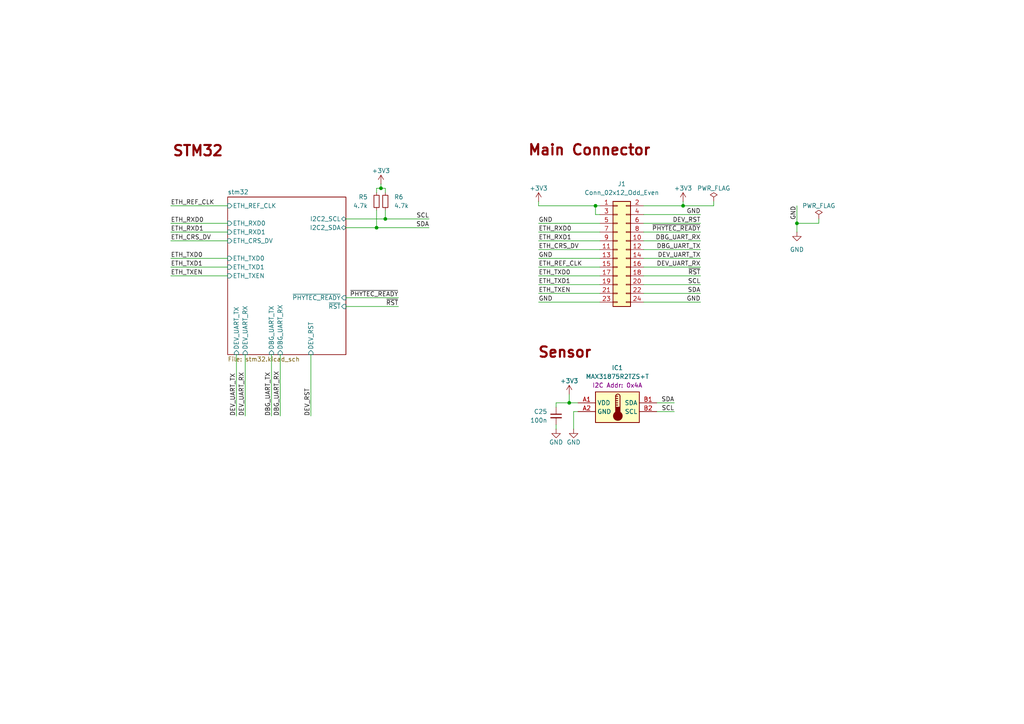
<source format=kicad_sch>
(kicad_sch (version 20250114) (generator "eeschema") (generator_version "9.0")
  (paper "A4")
  (title_block (title "tty2eth-nano") (date "2024-12-04") (rev "1") (company "Institute of Technical Chemistry - Leibniz University Hannover"))
  (lib_symbols
    (symbol "Connector_Generic:Conn_02x12_Odd_Even" (pin_names (offset 1.016) (hide yes))
      (property "Reference" "J" (at 1.27 15.24 0))
      (property "Value" "Conn_02x12_Odd_Even" (at 1.27 -17.78 0))
      (symbol "Conn_02x12_Odd_Even_1_1"
        (rectangle (start -1.27 13.97) (end 3.81 -16.51) (stroke (width 0.254)) (fill (type background)))
        (rectangle (start -1.27 12.827) (end 0 12.573) (stroke (width 0.1524)))
        (rectangle (start -1.27 10.287) (end 0 10.033) (stroke (width 0.1524)))
        (rectangle (start -1.27 7.747) (end 0 7.493) (stroke (width 0.1524)))
        (rectangle (start -1.27 5.207) (end 0 4.953) (stroke (width 0.1524)))
        (rectangle (start -1.27 2.667) (end 0 2.413) (stroke (width 0.1524)))
        (rectangle (start -1.27 0.127) (end 0 -0.127) (stroke (width 0.1524)))
        (rectangle (start -1.27 -2.413) (end 0 -2.667) (stroke (width 0.1524)))
        (rectangle (start -1.27 -4.953) (end 0 -5.207) (stroke (width 0.1524)))
        (rectangle (start -1.27 -7.493) (end 0 -7.747) (stroke (width 0.1524)))
        (rectangle (start -1.27 -10.033) (end 0 -10.287) (stroke (width 0.1524)))
        (rectangle (start -1.27 -12.573) (end 0 -12.827) (stroke (width 0.1524)))
        (rectangle (start -1.27 -15.113) (end 0 -15.367) (stroke (width 0.1524)))
        (rectangle (start 3.81 12.827) (end 2.54 12.573) (stroke (width 0.1524)))
        (rectangle (start 3.81 10.287) (end 2.54 10.033) (stroke (width 0.1524)))
        (rectangle (start 3.81 7.747) (end 2.54 7.493) (stroke (width 0.1524)))
        (rectangle (start 3.81 5.207) (end 2.54 4.953) (stroke (width 0.1524)))
        (rectangle (start 3.81 2.667) (end 2.54 2.413) (stroke (width 0.1524)))
        (rectangle (start 3.81 0.127) (end 2.54 -0.127) (stroke (width 0.1524)))
        (rectangle (start 3.81 -2.413) (end 2.54 -2.667) (stroke (width 0.1524)))
        (rectangle (start 3.81 -4.953) (end 2.54 -5.207) (stroke (width 0.1524)))
        (rectangle (start 3.81 -7.493) (end 2.54 -7.747) (stroke (width 0.1524)))
        (rectangle (start 3.81 -10.033) (end 2.54 -10.287) (stroke (width 0.1524)))
        (rectangle (start 3.81 -12.573) (end 2.54 -12.827) (stroke (width 0.1524)))
        (rectangle (start 3.81 -15.113) (end 2.54 -15.367) (stroke (width 0.1524)))
        (pin passive line (at -5.08 12.7 0) (length 3.81) (name "Pin_1") (number "1"))
        (pin passive line (at -5.08 10.16 0) (length 3.81) (name "Pin_3") (number "3"))
        (pin passive line (at -5.08 7.62 0) (length 3.81) (name "Pin_5") (number "5"))
        (pin passive line (at -5.08 5.08 0) (length 3.81) (name "Pin_7") (number "7"))
        (pin passive line (at -5.08 2.54 0) (length 3.81) (name "Pin_9") (number "9"))
        (pin passive line (at -5.08 0 0) (length 3.81) (name "Pin_11") (number "11"))
        (pin passive line (at -5.08 -2.54 0) (length 3.81) (name "Pin_13") (number "13"))
        (pin passive line (at -5.08 -5.08 0) (length 3.81) (name "Pin_15") (number "15"))
        (pin passive line (at -5.08 -7.62 0) (length 3.81) (name "Pin_17") (number "17"))
        (pin passive line (at -5.08 -10.16 0) (length 3.81) (name "Pin_19") (number "19"))
        (pin passive line (at -5.08 -12.7 0) (length 3.81) (name "Pin_21") (number "21"))
        (pin passive line (at -5.08 -15.24 0) (length 3.81) (name "Pin_23") (number "23"))
        (pin passive line (at 7.62 12.7 180) (length 3.81) (name "Pin_2") (number "2"))
        (pin passive line (at 7.62 10.16 180) (length 3.81) (name "Pin_4") (number "4"))
        (pin passive line (at 7.62 7.62 180) (length 3.81) (name "Pin_6") (number "6"))
        (pin passive line (at 7.62 5.08 180) (length 3.81) (name "Pin_8") (number "8"))
        (pin passive line (at 7.62 2.54 180) (length 3.81) (name "Pin_10") (number "10"))
        (pin passive line (at 7.62 0 180) (length 3.81) (name "Pin_12") (number "12"))
        (pin passive line (at 7.62 -2.54 180) (length 3.81) (name "Pin_14") (number "14"))
        (pin passive line (at 7.62 -5.08 180) (length 3.81) (name "Pin_16") (number "16"))
        (pin passive line (at 7.62 -7.62 180) (length 3.81) (name "Pin_18") (number "18"))
        (pin passive line (at 7.62 -10.16 180) (length 3.81) (name "Pin_20") (number "20"))
        (pin passive line (at 7.62 -12.7 180) (length 3.81) (name "Pin_22") (number "22"))
        (pin passive line (at 7.62 -15.24 180) (length 3.81) (name "Pin_24") (number "24"))
      )
    )
    (symbol "Device:C_Small" (pin_numbers (hide yes)) (pin_names (offset 0.254) (hide yes))
      (property "Reference" "C" (at 0.254 1.778 0))
      (property "Value" "C_Small" (at 0.254 -2.032 0))
      (symbol "C_Small_0_1"
        (polyline (pts (xy -1.524 0.508) (xy 1.524 0.508)) (stroke (width 0.3048)))
        (polyline (pts (xy -1.524 -0.508) (xy 1.524 -0.508)) (stroke (width 0.3302)))
      )
      (symbol "C_Small_1_1"
        (pin passive line (at 0 2.54 270) (length 2.032) (name "~") (number "1"))
        (pin passive line (at 0 -2.54 90) (length 2.032) (name "~") (number "2"))
      )
    )
    (symbol "Device:R_Small" (pin_numbers (hide yes)) (pin_names (offset 0.254) (hide yes))
      (property "Reference" "R" (at 0.762 0.508 0))
      (property "Value" "R_Small" (at 0.762 -1.016 0))
      (symbol "R_Small_0_1"
        (rectangle (start -0.762 1.778) (end 0.762 -1.778) (stroke (width 0.2032)))
      )
      (symbol "R_Small_1_1"
        (pin passive line (at 0 2.54 270) (length 0.762) (name "~") (number "1"))
        (pin passive line (at 0 -2.54 90) (length 0.762) (name "~") (number "2"))
      )
    )
    (symbol "extras:MAX31875R2TZS+T"
      (property "Reference" "IC" (at 5.08 7.62 0))
      (property "Value" "MAX31875R2TZS+T" (at 5.08 5.08 0))
      (symbol "MAX31875R2TZS+T_0_1"
        (polyline (pts (xy 10.922 1.905) (xy 10.922 -1.27)) (stroke (width 0.254)))
        (polyline (pts (xy 10.922 1.905) (xy 11.557 1.905)) (stroke (width 0.254)))
        (polyline (pts (xy 10.922 1.27) (xy 11.557 1.27)) (stroke (width 0.254)))
        (polyline (pts (xy 10.922 0.635) (xy 11.557 0.635)) (stroke (width 0.254)))
        (polyline (pts (xy 10.922 0) (xy 11.557 0)) (stroke (width 0.254)))
        (polyline (pts (xy 10.922 -0.635) (xy 11.557 -0.635)) (stroke (width 0.254)))
        (arc (start 10.922 1.905) (mid 11.557 2.5373) (end 12.192 1.905) (stroke (width 0.254)))
        (circle (center 11.557 -3.81) (radius 1.27) (stroke (width 0.254)) (fill (type outline)))
        (polyline (pts (xy 12.192 1.905) (xy 12.192 -1.27)) (stroke (width 0.254)))
        (rectangle (start 12.192 -3.175) (end 10.922 -1.27) (stroke (width 0.254)) (fill (type outline)))
      )
      (symbol "MAX31875R2TZS+T_1_1"
        (rectangle (start 5.08 3.175) (end 17.78 -5.715) (stroke (width 0.254)) (fill (type background)))
        (pin passive line (at 0 0 0) (length 5.08) (name "VDD") (number "A1"))
        (pin passive line (at 0 -2.54 0) (length 5.08) (name "GND") (number "A2"))
        (pin passive line (at 22.86 0 180) (length 5.08) (name "SDA") (number "B1"))
        (pin passive line (at 22.86 -2.54 180) (length 5.08) (name "SCL") (number "B2"))
      )
    )
    (symbol "power:+3V3" (power) (pin_numbers (hide yes)) (pin_names (offset 0) (hide yes))
      (property "Value" "+3V3" (at 0 3.556 0))
      (symbol "+3V3_0_1"
        (polyline (pts (xy -0.762 1.27) (xy 0 2.54)))
        (polyline (pts (xy 0 2.54) (xy 0.762 1.27)))
        (polyline (pts (xy 0 0) (xy 0 2.54)))
      )
      (symbol "+3V3_1_1"
        (pin power_in line (at 0 0 90) (length 0) (name "~") (number "1"))
      )
    )
    (symbol "power:GND" (power) (pin_numbers (hide yes)) (pin_names (offset 0) (hide yes))
      (property "Value" "GND" (at 0 -3.81 0))
      (symbol "GND_0_1"
        (polyline (pts (xy 0 0) (xy 0 -1.27) (xy 1.27 -1.27) (xy 0 -2.54) (xy -1.27 -1.27) (xy 0 -1.27)))
      )
      (symbol "GND_1_1"
        (pin power_in line (at 0 0 270) (length 0) (name "~") (number "1"))
      )
    )
    (symbol "power:PWR_FLAG" (power) (pin_numbers (hide yes)) (pin_names (offset 0) (hide yes))
      (property "Value" "PWR_FLAG" (at 0 3.81 0))
      (symbol "PWR_FLAG_0_0"
        (pin power_out line (at 0 0 90) (length 0) (name "~") (number "1"))
      )
      (symbol "PWR_FLAG_0_1"
        (polyline (pts (xy 0 0) (xy 0 1.27) (xy -1.016 1.905) (xy 0 2.54) (xy 1.016 1.905) (xy 0 1.27)))
      )
    )
  )
  (text "STM32" (at 57.404 43.942 0) (effects (font (size 3 3) (bold yes))))
  (text "Sensor" (at 163.83 102.362 0) (effects (font (size 3 3) (bold yes))))
  (text "Main Connector" (at 170.942 43.688 0) (effects (font (size 3 3) (bold yes))))
  (junction (at 109.22 66.04))
  (junction (at 231.14 64.77))
  (junction (at 198.12 59.69))
  (junction (at 172.72 59.69))
  (junction (at 165.1 116.84))
  (junction (at 111.76 63.5))
  (junction (at 110.49 54.61))
  (wire (pts (xy 110.49 54.61) (xy 111.76 54.61)))
  (wire (pts (xy 203.2 72.39) (xy 186.69 72.39)))
  (wire (pts (xy 198.12 59.69) (xy 186.69 59.69)))
  (wire (pts (xy 49.53 80.01) (xy 66.04 80.01)))
  (wire (pts (xy 49.53 64.77) (xy 66.04 64.77)))
  (wire (pts (xy 186.69 85.09) (xy 203.2 85.09)))
  (wire (pts (xy 161.29 118.11) (xy 161.29 116.84)))
  (wire (pts (xy 81.28 120.65) (xy 81.28 102.87)))
  (wire (pts (xy 100.33 63.5) (xy 111.76 63.5)))
  (wire (pts (xy 173.99 62.23) (xy 172.72 62.23)))
  (wire (pts (xy 156.21 72.39) (xy 173.99 72.39)))
  (wire (pts (xy 173.99 82.55) (xy 156.21 82.55)))
  (wire (pts (xy 161.29 116.84) (xy 165.1 116.84)))
  (wire (pts (xy 111.76 63.5) (xy 124.46 63.5)))
  (wire (pts (xy 111.76 54.61) (xy 111.76 55.88)))
  (wire (pts (xy 49.53 67.31) (xy 66.04 67.31)))
  (wire (pts (xy 231.14 64.77) (xy 237.49 64.77)))
  (wire (pts (xy 49.53 69.85) (xy 66.04 69.85)))
  (wire (pts (xy 100.33 66.04) (xy 109.22 66.04)))
  (wire (pts (xy 203.2 62.23) (xy 186.69 62.23)))
  (wire (pts (xy 111.76 60.96) (xy 111.76 63.5)))
  (wire (pts (xy 166.37 119.38) (xy 166.37 124.46)))
  (wire (pts (xy 156.21 58.42) (xy 156.21 59.69)))
  (wire (pts (xy 190.5 116.84) (xy 195.58 116.84)))
  (wire (pts (xy 186.69 82.55) (xy 203.2 82.55)))
  (wire (pts (xy 100.33 86.36) (xy 115.57 86.36)))
  (wire (pts (xy 173.99 64.77) (xy 156.21 64.77)))
  (wire (pts (xy 156.21 59.69) (xy 172.72 59.69)))
  (wire (pts (xy 66.04 59.69) (xy 49.53 59.69)))
  (wire (pts (xy 172.72 59.69) (xy 173.99 59.69)))
  (wire (pts (xy 109.22 60.96) (xy 109.22 66.04)))
  (wire (pts (xy 186.69 67.31) (xy 203.2 67.31)))
  (wire (pts (xy 186.69 64.77) (xy 203.2 64.77)))
  (wire (pts (xy 71.12 120.65) (xy 71.12 102.87)))
  (wire (pts (xy 156.21 67.31) (xy 173.99 67.31)))
  (wire (pts (xy 161.29 123.19) (xy 161.29 124.46)))
  (wire (pts (xy 172.72 62.23) (xy 172.72 59.69)))
  (wire (pts (xy 49.53 74.93) (xy 66.04 74.93)))
  (wire (pts (xy 231.14 59.69) (xy 231.14 64.77)))
  (wire (pts (xy 173.99 85.09) (xy 156.21 85.09)))
  (wire (pts (xy 90.17 120.65) (xy 90.17 102.87)))
  (wire (pts (xy 109.22 66.04) (xy 124.46 66.04)))
  (wire (pts (xy 68.58 120.65) (xy 68.58 102.87)))
  (wire (pts (xy 165.1 116.84) (xy 167.64 116.84)))
  (wire (pts (xy 203.2 77.47) (xy 186.69 77.47)))
  (wire (pts (xy 109.22 55.88) (xy 109.22 54.61)))
  (wire (pts (xy 165.1 116.84) (xy 165.1 114.3)))
  (wire (pts (xy 207.01 58.42) (xy 207.01 59.69)))
  (wire (pts (xy 173.99 80.01) (xy 156.21 80.01)))
  (wire (pts (xy 156.21 69.85) (xy 173.99 69.85)))
  (wire (pts (xy 198.12 59.69) (xy 198.12 58.42)))
  (wire (pts (xy 156.21 77.47) (xy 173.99 77.47)))
  (wire (pts (xy 100.33 88.9) (xy 115.57 88.9)))
  (wire (pts (xy 190.5 119.38) (xy 195.58 119.38)))
  (wire (pts (xy 78.74 120.65) (xy 78.74 102.87)))
  (wire (pts (xy 156.21 74.93) (xy 173.99 74.93)))
  (wire (pts (xy 203.2 74.93) (xy 186.69 74.93)))
  (wire (pts (xy 203.2 87.63) (xy 186.69 87.63)))
  (wire (pts (xy 166.37 119.38) (xy 167.64 119.38)))
  (wire (pts (xy 109.22 54.61) (xy 110.49 54.61)))
  (wire (pts (xy 49.53 77.47) (xy 66.04 77.47)))
  (wire (pts (xy 237.49 63.5) (xy 237.49 64.77)))
  (wire (pts (xy 110.49 53.34) (xy 110.49 54.61)))
  (wire (pts (xy 203.2 80.01) (xy 186.69 80.01)))
  (wire (pts (xy 203.2 69.85) (xy 186.69 69.85)))
  (wire (pts (xy 207.01 59.69) (xy 198.12 59.69)))
  (wire (pts (xy 231.14 64.77) (xy 231.14 67.31)))
  (wire (pts (xy 173.99 87.63) (xy 156.21 87.63)))
  (label "GND" (at 156.21 74.93 0))
  (label "~{PHYTEC_READY}" (at 203.2 67.31 180))
  (label "~{RST}" (at 115.57 88.9 180))
  (label "ETH_TXD1" (at 156.21 82.55 0))
  (label "DEV_UART_TX" (at 68.58 120.65 90))
  (label "GND" (at 231.14 59.69 270))
  (label "DEV_UART_RX" (at 71.12 120.65 90))
  (label "ETH_RXD0" (at 49.53 64.77 0))
  (label "GND" (at 203.2 87.63 180))
  (label "DEV_UART_RX" (at 203.2 77.47 180))
  (label "ETH_TXD0" (at 156.21 80.01 0))
  (label "DBG_UART_RX" (at 203.2 69.85 180))
  (label "ETH_CRS_DV" (at 156.21 72.39 0))
  (label "DEV_RST" (at 203.2 64.77 180))
  (label "DEV_RST" (at 90.17 120.65 90))
  (label "SCL" (at 195.58 119.38 180))
  (label "~{RST}" (at 203.2 80.01 180))
  (label "DEV_UART_TX" (at 203.2 74.93 180))
  (label "ETH_TXEN" (at 156.21 85.09 0))
  (label "SCL" (at 124.46 63.5 180))
  (label "ETH_REF_CLK" (at 49.53 59.69 0))
  (label "ETH_REF_CLK" (at 156.21 77.47 0))
  (label "SDA" (at 203.2 85.09 180))
  (label "ETH_TXEN" (at 49.53 80.01 0))
  (label "DBG_UART_RX" (at 81.28 120.65 90))
  (label "GND" (at 156.21 64.77 0))
  (label "ETH_CRS_DV" (at 49.53 69.85 0))
  (label "DBG_UART_TX" (at 78.74 120.65 90))
  (label "ETH_RXD1" (at 156.21 69.85 0))
  (label "ETH_RXD0" (at 156.21 67.31 0))
  (label "GND" (at 156.21 87.63 0))
  (label "~{PHYTEC_READY}" (at 115.57 86.36 180))
  (label "SDA" (at 124.46 66.04 180))
  (label "GND" (at 203.2 62.23 180))
  (label "ETH_TXD0" (at 49.53 74.93 0))
  (label "ETH_RXD1" (at 49.53 67.31 0))
  (label "SDA" (at 195.58 116.84 180))
  (label "ETH_TXD1" (at 49.53 77.47 0))
  (label "DBG_UART_TX" (at 203.2 72.39 180))
  (label "SCL" (at 203.2 82.55 180))
  (symbol (lib_id "power:PWR_FLAG") (at 207.01 58.42 0) (mirror y) (unit 1)
    (property "Reference" "#FLG01" (effects (hide yes)))
    (property "Value" "PWR_FLAG" (at 207.01 54.61 0))
    (property "Description" "Special symbol for telling ERC where power comes from" (effects (hide yes)))
  )
  (symbol (lib_id "Device:C_Small") (at 161.29 120.65 0) (mirror y) (unit 1)
    (property "Reference" "C25" (at 158.75 119.3862 0) (effects (justify left)))
    (property "Value" "100n" (at 158.75 121.9262 0) (effects (justify left)))
    (property "Footprint" "extras:C_0402" (effects (hide yes)))
    (property "Description" "Unpolarized capacitor, small symbol" (effects (hide yes)))
    (property "Mouser Part Number" "80-C0402C104K4R7867" (effects (hide yes)))
  )
  (symbol (lib_id "extras:MAX31875R2TZS+T") (at 167.64 116.84 0) (unit 1)
    (property "Reference" "IC1" (at 179.07 106.68 0))
    (property "Value" "MAX31875R2TZS+T" (at 179.07 109.22 0))
    (property "Footprint" "extras:BGA4C40P2X2_84X84X37" (effects (hide yes)))
    (property "Datasheet" "https://www.analog.com/media/en/technical-documentation/data-sheets/MAX31875.pdf" (effects (hide yes)))
    (property "Description" "Low-Power I2C Temperature Sensor in WLP Package" (effects (hide yes)))
    (property "Height" "0.37" (effects (hide yes)))
    (property "Manufacturer_Name" "Analog Devices" (effects (hide yes)))
    (property "Manufacturer_Part_Number" "MAX31875R2TZS+T" (effects (hide yes)))
    (property "Arrow Part Number" "MAX31875R2TZS+T" (effects (hide yes)))
    (property "Arrow Price/Stock" "https://www.arrow.com/en/products/max31875r2tzst/maxim-integrated?region=nac" (effects (hide yes)))
    (property "I2C Addr" "0x4A" (at 179.07 111.76 0) (show_name yes))
    (property "Mouser Part Number" "700-MAX31875R2TZS+T" (effects (hide yes)))
  )
  (symbol (lib_id "Device:R_Small") (at 111.76 58.42 180) (unit 1)
    (property "Reference" "R6" (at 114.3 57.1499 0) (effects (justify right)))
    (property "Value" "4.7k" (at 114.3 59.6899 0) (effects (justify right)))
    (property "Footprint" "extras:R_0402" (effects (hide yes)))
    (property "Description" "Resistor, small symbol" (effects (hide yes)))
    (property "Mouser Part Number" "652-CR0402FX-47R0GLF" (effects (hide yes)))
  )
  (symbol (lib_id "power:+3V3") (at 110.49 53.34 0) (unit 1)
    (property "Reference" "#PWR034" (effects (hide yes)))
    (property "Value" "+3V3" (at 110.49 49.53 0))
    (property "Description" "Power symbol creates a global label with name \"+3V3\"" (effects (hide yes)))
  )
  (symbol (lib_id "power:PWR_FLAG") (at 237.49 63.5 0) (unit 1)
    (property "Reference" "#FLG02" (effects (hide yes)))
    (property "Value" "PWR_FLAG" (at 237.49 59.69 0))
    (property "Description" "Special symbol for telling ERC where power comes from" (effects (hide yes)))
  )
  (symbol (lib_id "power:GND") (at 231.14 67.31 0) (unit 1)
    (property "Reference" "#PWR03" (effects (hide yes)))
    (property "Value" "GND" (at 231.14 72.39 0))
    (property "Description" "Power symbol creates a global label with name \"GND\" , ground" (effects (hide yes)))
  )
  (symbol (lib_id "power:GND") (at 161.29 124.46 0) (unit 1)
    (property "Reference" "#PWR035" (effects (hide yes)))
    (property "Value" "GND" (at 161.29 128.27 0))
    (property "Description" "Power symbol creates a global label with name \"GND\" , ground" (effects (hide yes)))
  )
  (symbol (lib_id "power:GND") (at 166.37 124.46 0) (unit 1)
    (property "Reference" "#PWR037" (effects (hide yes)))
    (property "Value" "GND" (at 166.37 128.27 0))
    (property "Description" "Power symbol creates a global label with name \"GND\" , ground" (effects (hide yes)))
  )
  (symbol (lib_id "power:+3V3") (at 165.1 114.3 0) (unit 1)
    (property "Reference" "#PWR036" (effects (hide yes)))
    (property "Value" "+3V3" (at 165.1 110.49 0))
    (property "Description" "Power symbol creates a global label with name \"+3V3\"" (effects (hide yes)))
  )
  (symbol (lib_id "Connector_Generic:Conn_02x12_Odd_Even") (at 179.07 72.39 0) (unit 1)
    (property "Reference" "J1" (at 180.34 53.34 0))
    (property "Value" "Conn_02x12_Odd_Even" (at 180.34 55.88 0))
    (property "Footprint" "extras:PinHeader_2x12_P1.27mm_Horizontal" (effects (hide yes)))
    (property "Description" "Generic connector, double row, 02x12, odd/even pin numbering scheme (row 1 odd numbers, row 2 even numbers), script generated (kicad-library-utils/schlib/autogen/connector/)" (effects (hide yes)))
    (property "Mouser Part Number" "200-FTSH11204FDRA" (effects (hide yes)))
  )
  (symbol (lib_id "Device:R_Small") (at 109.22 58.42 180) (unit 1)
    (property "Reference" "R5" (at 106.68 57.1499 0) (effects (justify left)))
    (property "Value" "4.7k" (at 106.68 59.6899 0) (effects (justify left)))
    (property "Footprint" "extras:R_0402" (effects (hide yes)))
    (property "Description" "Resistor, small symbol" (effects (hide yes)))
    (property "Mouser Part Number" "652-CR0402FX-47R0GLF" (effects (hide yes)))
  )
  (symbol (lib_id "power:+3V3") (at 156.21 58.42 0) (mirror y) (unit 1)
    (property "Reference" "#PWR02" (effects (hide yes)))
    (property "Value" "+3V3" (at 156.21 54.61 0))
    (property "Description" "Power symbol creates a global label with name \"+3V3\"" (effects (hide yes)))
  )
  (symbol (lib_id "power:+3V3") (at 198.12 58.42 0) (mirror y) (unit 1)
    (property "Reference" "#PWR01" (effects (hide yes)))
    (property "Value" "+3V3" (at 198.12 54.61 0))
    (property "Description" "Power symbol creates a global label with name \"+3V3\"" (effects (hide yes)))
  )
  (sheet (at 66.04 57.15) (size 34.29 45.72) (stroke (width 0.1524))
    (property "Sheetname" "stm32" (at 66.04 56.4384 0) (effects (justify left bottom)))
    (property "Sheetfile" "stm32.kicad_sch" (at 66.04 103.4546 0) (effects (justify left top)))
    (pin "ETH_RXD0" input (at 66.04 64.77 180))
    (pin "ETH_RXD1" input (at 66.04 67.31 180))
    (pin "ETH_CRS_DV" input (at 66.04 69.85 180))
    (pin "ETH_REF_CLK" input (at 66.04 59.69 180))
    (pin "ETH_TXD0" input (at 66.04 74.93 180))
    (pin "ETH_TXD1" input (at 66.04 77.47 180))
    (pin "ETH_TXEN" input (at 66.04 80.01 180))
    (pin "~{RST}" input (at 100.33 88.9 0))
    (pin "DEV_UART_RX" input (at 71.12 102.87 270))
    (pin "DBG_UART_TX" input (at 78.74 102.87 270))
    (pin "DEV_UART_TX" input (at 68.58 102.87 270))
    (pin "DBG_UART_RX" input (at 81.28 102.87 270))
    (pin "DEV_RST" input (at 90.17 102.87 270))
    (pin "I2C2_SCL" bidirectional (at 100.33 63.5 0))
    (pin "I2C2_SDA" bidirectional (at 100.33 66.04 0))
    (pin "~{PHYTEC_READY}" input (at 100.33 86.36 0))
  )
)
</source>
